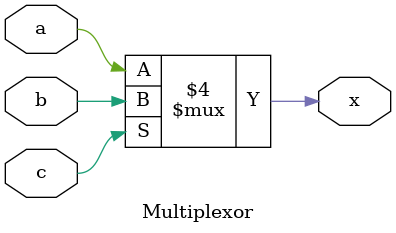
<source format=v>
module Multiplexor(a,b,c,x);
	input a, b, c;
	output reg x;
	
	always @(a,b,c)
		if(c == 0)
			x = a;
		else
			x = b;
endmodule

</source>
